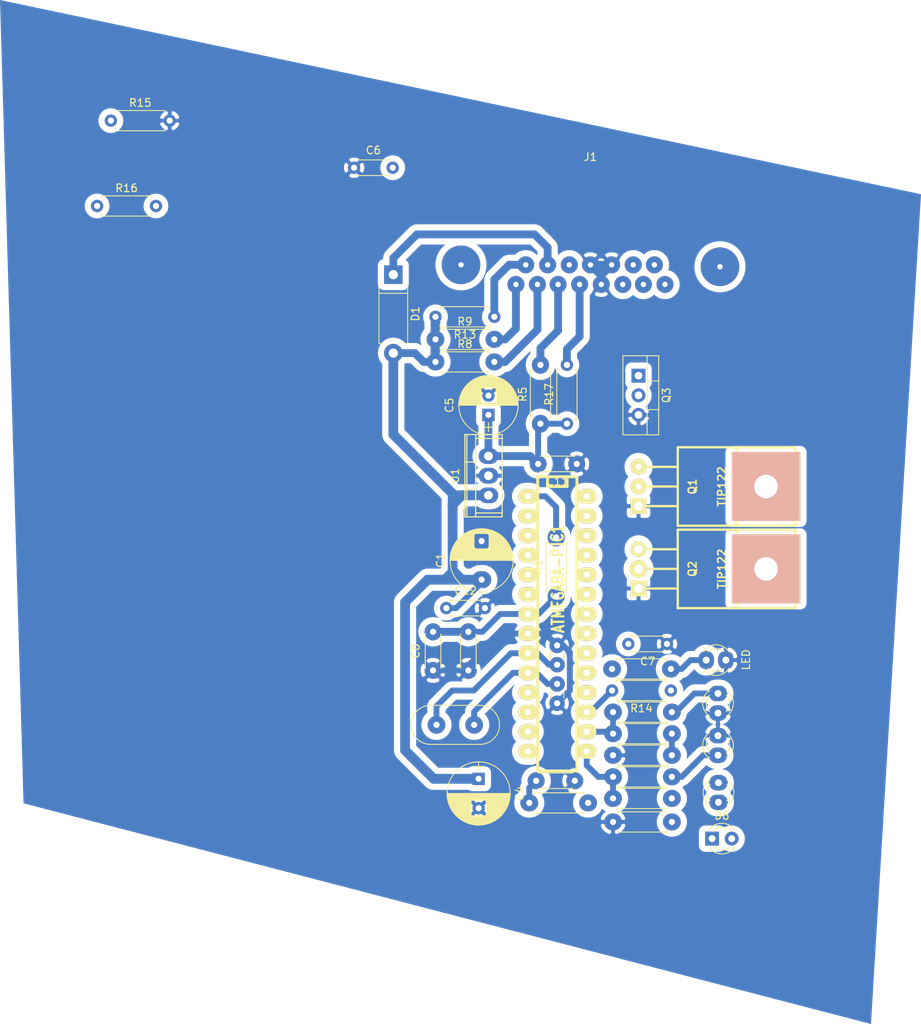
<source format=kicad_pcb>
(kicad_pcb (version 4) (host pcbnew 4.0.7)
  (layers (0 F.Cu signal) (31 B.Cu signal) (34 B.Paste user) (35 F.Paste user) (36 B.SilkS user) (37 F.SilkS user) (38 B.Mask user) (39 F.Mask user) (44 Edge.Cuts user))
  (net 0 "")
  (net 1 /Relay1High)
  (net 2 /Relay1low)
  (net 3 /Relay2High)
  (net 4 /Relay2Low)
  (net 5 /VccInput)
  (net 6 GND)
  (net 7 VCC)
  (net 8 "Net-(C2-Pad2)")
  (net 9 "Net-(C3-Pad2)")
  (net 10 "Net-(D2-Pad1)")
  (net 11 "Net-(D3-Pad1)")
  (net 12 "Net-(D4-Pad1)")
  (net 13 "Net-(D5-Pad1)")
  (net 14 "Net-(IC1-Pad1)")
  (net 15 "Net-(IC1-Pad15)")
  (net 16 "Net-(IC1-Pad16)")
  (net 17 "Net-(Q1-Pad1)")
  (net 18 "Net-(Q2-Pad1)")
  (net 19 +12V)
  (net 20 /InputRelay1High)
  (net 21 /InputRelay2High)
  (net 22 "Net-(D6-Pad2)")
  (net 23 "Net-(IC1-Pad17)")
  (net 24 /Relay3High)
  (net 25 "Net-(Q3-Pad1)")
  (net 26 /Relay3Low)
  (module Connectors:DB15FC (layer F.Cu) (at 177.8 91.694)
    (fp_text reference J1 (at 9.65 -16.51) (layer F.SilkS))
    (fp_text value DB15_Female)
    (pad "" thru_hole circle (at 26.42 -2.29) (size 5 5) (drill 0.7) (layers *.Cu *.Mask))
    (pad "" thru_hole circle (at -7.11 -2.54) (size 5 5) (drill 0.7) (layers *.Cu *.Mask))
    (pad 1 thru_hole circle (at 0 0) (size 2.2 2.2) (drill 0.7) (layers *.Cu *.Mask) (net 1 /Relay1High))
    (pad 2 thru_hole circle (at 2.79 0) (size 2.2 2.2) (drill 0.7) (layers *.Cu *.Mask) (net 3 /Relay2High))
    (pad 3 thru_hole circle (at 5.46 0) (size 2.2 2.2) (drill 0.7) (layers *.Cu *.Mask) (net 20 /InputRelay1High))
    (pad 4 thru_hole circle (at 8.25 0) (size 2.2 2.2) (drill 0.7) (layers *.Cu *.Mask) (net 21 /InputRelay2High))
    (pad 5 thru_hole circle (at 11.05 0) (size 2.2 2.2) (drill 0.7) (layers *.Cu *.Mask) (net 6 GND))
    (pad 6 thru_hole circle (at 13.84 0) (size 2.2 2.2) (drill 0.7) (layers *.Cu *.Mask) (net 2 /Relay1low))
    (pad 7 thru_hole circle (at 16.51 0) (size 2.2 2.2) (drill 0.7) (layers *.Cu *.Mask) (net 4 /Relay2Low))
    (pad 8 thru_hole circle (at 19.3 0) (size 2.2 2.2) (drill 0.7) (layers *.Cu *.Mask))
    (pad 9 thru_hole circle (at 1.27 -2.54) (size 2.2 2.2) (drill 0.7) (layers *.Cu *.Mask) (net 24 /Relay3High))
    (pad 10 thru_hole circle (at 4.11 -2.54) (size 2.2 2.2) (drill 0.7) (layers *.Cu *.Mask) (net 5 /VccInput))
    (pad 11 thru_hole circle (at 6.91 -2.54) (size 2.2 2.2) (drill 0.7) (layers *.Cu *.Mask))
    (pad 12 thru_hole circle (at 9.65 -2.54) (size 2.2 2.2) (drill 0.7) (layers *.Cu *.Mask) (net 6 GND))
    (pad 13 thru_hole circle (at 12.4 -2.54) (size 2.2 2.2) (drill 0.7) (layers *.Cu *.Mask) (net 6 GND))
    (pad 14 thru_hole circle (at 15.19 -2.54) (size 2.2 2.2) (drill 0.7) (layers *.Cu *.Mask) (net 26 /Relay3Low))
    (pad 15 thru_hole circle (at 17.93 -2.54) (size 2.2 2.2) (drill 0.7) (layers *.Cu *.Mask))
  )
  (module Resistors_THT:R_Axial_DIN0207_L6.3mm_D2.5mm_P7.62mm_Horizontal (layer F.Cu) (at 197.993 152.654 180)
    (fp_text reference R4 hide)
    (fp_text value 560E)
    (pad 1 thru_hole oval (at 0 0 180) (size 2.3 2.2) (drill 0.8) (layers *.Cu *.Mask) (net 18 "Net-(Q2-Pad1)"))
    (pad 2 thru_hole oval (at 7.62 0 180) (size 2.3 2.2) (drill 0.8) (layers *.Cu *.Mask) (net 6 GND))
  )
  (module TO_SOT_Packages_THT:TO-220_Vertical (layer F.Cu) (at 193.675 103.505 270)
    (fp_text reference Q3 (at 2.54 -3.62 270) (layer F.SilkS))
    (fp_text value TIP122)
    (pad 1 thru_hole rect (at 0 0 270) (size 1.8 1.8) (drill 1) (layers *.Cu *.Mask) (net 25 "Net-(Q3-Pad1)"))
    (pad 2 thru_hole oval (at 2.54 0 270) (size 1.8 1.8) (drill 1) (layers *.Cu *.Mask) (net 26 /Relay3Low))
    (pad 3 thru_hole oval (at 5.08 0 270) (size 1.8 1.8) (drill 1) (layers *.Cu *.Mask) (net 6 GND))
  )
  (module Capacitors_THT:C_Disc_D4.3mm_W1.9mm_P5.00mm (layer F.Cu) (at 168.783 133.604)
    (fp_text reference C12 (at 2.5 -2.26) (layer F.SilkS))
    (fp_text value 0.1uf)
    (pad 1 thru_hole circle (at 0 0) (size 1.6 1.6) (drill 0.8) (layers *.Cu *.Mask) (net 19 +12V))
    (pad 2 thru_hole circle (at 5 0) (size 1.6 1.6) (drill 0.8) (layers *.Cu *.Mask) (net 6 GND))
  )
  (module Capacitors_THT:CP_Radial_D8.0mm_P3.80mm (layer F.Cu) (at 172.974 155.702 270)
    (fp_text reference C4 (at 1.9 -5.31 270) (layer F.SilkS))
    (fp_text value 470uf)
    (pad 1 thru_hole rect (at 0 0 270) (size 1.6 1.6) (drill 0.8) (layers *.Cu *.Mask) (net 19 +12V))
    (pad 2 thru_hole circle (at 3.8 0 270) (size 1.6 1.6) (drill 0.8) (layers *.Cu *.Mask) (net 6 GND))
  )
  (module Capacitors_THT:C_Disc_D4.3mm_W1.9mm_P5.00mm (layer F.Cu) (at 171.6405 141.6685 90)
    (fp_text reference C10 hide)
    (fp_text value 104)
    (pad 1 thru_hole circle (at 0 0 90) (size 2.2 2.2) (drill 0.8) (layers *.Cu *.Mask) (net 6 GND))
    (pad 2 thru_hole circle (at 5 0 90) (size 2.2 2.2) (drill 0.8) (layers *.Cu *.Mask) (net 7 VCC))
  )
  (module DIP-28__300_ELL (layer F.Cu) (at 183.1594 135.636 270)
    (fp_text reference IC1 (at -11.43 0 270) (layer F.SilkS) (effects (font (size 1.524 1.143) (thickness 0.3048))))
    (fp_text value ATMEGA8A-P (at -4.318 -0.1016 270) (layer F.SilkS) (effects (font (size 1.524 1.143) (thickness 0.3048))))
    (pad 2 thru_hole oval (at -13.97 3.81 270) (size 1.9 2.5) (drill 0.8128) (layers *.Cu *.Mask F.SilkS))
    (pad 3 thru_hole oval (at -11.43 3.81 270) (size 1.9 2.5) (drill 0.8128) (layers *.Cu *.Mask F.SilkS))
    (pad 4 thru_hole oval (at -8.89 3.81 270) (size 1.9 2.5) (drill 0.8128) (layers *.Cu *.Mask F.SilkS) (net 20 /InputRelay1High))
    (pad 5 thru_hole oval (at -6.35 3.81 270) (size 1.9 2.5) (drill 0.8128) (layers *.Cu *.Mask F.SilkS) (net 21 /InputRelay2High))
    (pad 6 thru_hole oval (at -3.81 3.81 270) (size 1.9 2.5) (drill 0.8128) (layers *.Cu *.Mask F.SilkS))
    (pad 7 thru_hole oval (at -1.27 3.81 270) (size 1.9 2.5) (drill 0.8128) (layers *.Cu *.Mask F.SilkS) (net 7 VCC))
    (pad 8 thru_hole oval (at 1.27 3.81 270) (size 1.9 2.5) (drill 0.8128) (layers *.Cu *.Mask F.SilkS) (net 6 GND))
    (pad 9 thru_hole oval (at 3.81 3.81 270) (size 1.9 2.5) (drill 0.8128) (layers *.Cu *.Mask F.SilkS) (net 9 "Net-(C3-Pad2)"))
    (pad 10 thru_hole oval (at 6.35 3.81 270) (size 1.9 2.5) (drill 0.8128) (layers *.Cu *.Mask F.SilkS) (net 8 "Net-(C2-Pad2)"))
    (pad 11 thru_hole oval (at 8.89 3.81 270) (size 1.9 2.5) (drill 0.8128) (layers *.Cu *.Mask F.SilkS))
    (pad 12 thru_hole oval (at 11.43 3.81 270) (size 1.9 2.5) (drill 0.8128) (layers *.Cu *.Mask F.SilkS))
    (pad 13 thru_hole oval (at 13.97 3.81 270) (size 1.9 2.5) (drill 0.8128) (layers *.Cu *.Mask F.SilkS))
    (pad 14 thru_hole oval (at 16.51 3.81 270) (size 1.9 2.5) (drill 0.8128) (layers *.Cu *.Mask F.SilkS))
    (pad 1 thru_hole oval (at -16.51 3.81 270) (size 1.9 2.5) (drill 0.8128) (layers *.Cu *.Mask F.SilkS) (net 14 "Net-(IC1-Pad1)"))
    (pad 15 thru_hole oval (at 16.51 -3.81 270) (size 1.9 2.5) (drill 0.8128) (layers *.Cu *.Mask F.SilkS) (net 15 "Net-(IC1-Pad15)"))
    (pad 16 thru_hole oval (at 13.97 -3.81 270) (size 1.9 2.5) (drill 0.8128) (layers *.Cu *.Mask F.SilkS) (net 16 "Net-(IC1-Pad16)"))
    (pad 17 thru_hole oval (at 11.43 -3.81 270) (size 1.9 2.5) (drill 0.8128) (layers *.Cu *.Mask F.SilkS) (net 23 "Net-(IC1-Pad17)"))
    (pad 18 thru_hole oval (at 8.89 -3.81 270) (size 1.9 2.5) (drill 0.8128) (layers *.Cu *.Mask F.SilkS))
    (pad 19 thru_hole oval (at 6.35 -3.81 270) (size 1.9 2.5) (drill 0.8128) (layers *.Cu *.Mask F.SilkS))
    (pad 20 thru_hole oval (at 3.81 -3.81 270) (size 1.9 2.5) (drill 0.8128) (layers *.Cu *.Mask F.SilkS))
    (pad 23 thru_hole oval (at -3.81 -3.81 270) (size 1.9 2.5) (drill 0.8128) (layers *.Cu *.Mask F.SilkS))
    (pad 24 thru_hole oval (at -6.35 -3.81 270) (size 1.9 2.5) (drill 0.8128) (layers *.Cu *.Mask F.SilkS))
    (pad 25 thru_hole oval (at -8.89 -3.81 270) (size 1.9 2.5) (drill 0.8128) (layers *.Cu *.Mask F.SilkS))
    (pad 26 thru_hole oval (at -11.43 -3.81 270) (size 1.9 2.5) (drill 0.8128) (layers *.Cu *.Mask F.SilkS))
    (pad 27 thru_hole oval (at -13.97 -3.81 270) (size 1.9 2.5) (drill 0.8128) (layers *.Cu *.Mask F.SilkS))
    (pad 28 thru_hole oval (at -16.51 -3.81 270) (size 1.9 2.5) (drill 0.8128) (layers *.Cu *.Mask F.SilkS))
    (pad 21 thru_hole oval (at 1.27 -3.81 270) (size 1.9 2.5) (drill 0.8128) (layers *.Cu *.Mask F.SilkS))
    (pad 22 thru_hole oval (at -1.27 -3.81 270) (size 1.9 2.5) (drill 0.8128) (layers *.Cu *.Mask F.SilkS))
  )
  (module TO220 (layer F.Cu) (at 193.675 117.856)
    (fp_text reference Q1 (at 6.985 0 90) (layer F.SilkS) (effects (font (size 1.016 1.016) (thickness 0.2032))))
    (fp_text value TIP122 (at 10.795 0 90) (layer F.SilkS) (effects (font (size 1.016 1.016) (thickness 0.2032))))
    (pad 3 thru_hole rect (at 0 2.54) (size 2.032 2.032) (drill 1.143) (layers *.Cu *.Mask F.SilkS) (net 6 GND))
    (pad 1 thru_hole circle (at 0 -2.54) (size 2.032 2.032) (drill 0.8128) (layers *.Cu *.Mask F.SilkS) (net 17 "Net-(Q1-Pad1)"))
    (pad 2 thru_hole circle (at 0 0) (size 2.032 2.032) (drill 0.8128) (layers *.Cu *.Mask F.SilkS) (net 4 /Relay2Low))
    (pad 4 thru_hole rect (at 16.51 0) (size 8.89 8.89) (drill 3.048) (layers *.Cu *.SilkS *.Mask))
  )
  (module Resistors_THT:R_Axial_DIN0207_L6.3mm_D2.5mm_P7.62mm_Horizontal (layer F.Cu) (at 190.373 147.066)
    (fp_text reference R12 hide)
    (fp_text value 4K7)
    (pad 1 thru_hole oval (at 0 0) (size 2.3 2.2) (drill 0.8) (layers *.Cu *.Mask) (net 16 "Net-(IC1-Pad16)"))
    (pad 2 thru_hole oval (at 7.62 0) (size 2.3 2.2) (drill 0.8) (layers *.Cu *.Mask) (net 13 "Net-(D5-Pad1)"))
  )
  (module TO220 (layer F.Cu) (at 193.675 128.524)
    (fp_text reference Q2 (at 6.985 0 90) (layer F.SilkS) (effects (font (size 1.016 1.016) (thickness 0.2032))))
    (fp_text value TIP122 (at 10.795 0 90) (layer F.SilkS) (effects (font (size 1.016 1.016) (thickness 0.2032))))
    (pad 3 thru_hole rect (at 0 2.54) (size 2.032 2.032) (drill 1.143) (layers *.Cu *.Mask F.SilkS) (net 6 GND))
    (pad 1 thru_hole circle (at 0 -2.54) (size 2.032 2.032) (drill 1.143) (layers *.Cu *.Mask F.SilkS) (net 18 "Net-(Q2-Pad1)"))
    (pad 2 thru_hole circle (at 0 0) (size 2.286 2.286) (drill 1.143) (layers *.Cu *.Mask F.SilkS) (net 2 /Relay1low))
    (pad 4 thru_hole rect (at 16.51 0) (size 8.89 8.89) (drill 3.048) (layers *.Cu *.SilkS *.Mask))
  )
  (module Capacitors_THT:CP_Radial_D8.0mm_P5.00mm (layer F.Cu) (at 173.355 129.921 90)
    (fp_text reference C1 (at 2.5 -5.31 90) (layer F.SilkS))
    (fp_text value 1000uf)
    (pad 1 thru_hole oval (at 0 0 90) (size 2.2 2.5) (drill 0.8) (layers *.Cu *.Mask) (net 19 +12V))
    (pad 2 thru_hole oval (at 5 0 90) (size 2.2 2.5) (drill 0.8) (layers *.Cu *.Mask) (net 6 GND))
  )
  (module Capacitors_THT:C_Disc_D3.0mm_W1.6mm_P2.50mm (layer F.Cu) (at 183.134 145.923 90)
    (fp_text reference C2 hide)
    (fp_text value 22P)
    (pad 1 thru_hole circle (at 0 0 90) (size 2 2) (drill 0.8) (layers *.Cu *.Mask) (net 6 GND))
    (pad 2 thru_hole circle (at 2.5 0 90) (size 2 2) (drill 0.8) (layers *.Cu *.Mask) (net 8 "Net-(C2-Pad2)"))
  )
  (module Capacitors_THT:C_Disc_D3.0mm_W1.6mm_P2.50mm (layer F.Cu) (at 183.134 138.43 270)
    (fp_text reference C3 hide)
    (fp_text value 22P)
    (pad 1 thru_hole circle (at 0 0 270) (size 2 2) (drill 0.8) (layers *.Cu *.Mask) (net 6 GND))
    (pad 2 thru_hole circle (at 2.5 0 270) (size 2 2) (drill 0.8) (layers *.Cu *.Mask) (net 9 "Net-(C3-Pad2)"))
  )
  (module Capacitors_THT:C_Disc_D4.3mm_W1.9mm_P5.00mm (layer F.Cu) (at 167.0685 141.6685 90)
    (fp_text reference C8 (at 2.5 -2.26 90) (layer F.SilkS))
    (fp_text value 104)
    (pad 1 thru_hole circle (at 0 0 90) (size 2.2 2.2) (drill 0.8) (layers *.Cu *.Mask) (net 6 GND))
    (pad 2 thru_hole circle (at 5 0 90) (size 2.2 2.2) (drill 0.8) (layers *.Cu *.Mask) (net 7 VCC))
  )
  (module Capacitors_THT:C_Disc_D4.3mm_W1.9mm_P5.00mm (layer F.Cu) (at 185.42 155.956 180)
    (fp_text reference C9 hide)
    (fp_text value 104)
    (pad 1 thru_hole circle (at 0 0 180) (size 2.2 2.2) (drill 0.8) (layers *.Cu *.Mask) (net 6 GND))
    (pad 2 thru_hole circle (at 5 0 180) (size 2.2 2.2) (drill 0.8) (layers *.Cu *.Mask) (net 7 VCC))
  )
  (module Capacitors_THT:C_Disc_D4.3mm_W1.9mm_P5.00mm (layer F.Cu) (at 185.674 114.935 180)
    (fp_text reference C11 (at 2.5 -2.26 180) (layer F.SilkS))
    (fp_text value 104)
    (pad 1 thru_hole circle (at 0 0 180) (size 2.2 2.2) (drill 0.8) (layers *.Cu *.Mask) (net 6 GND))
    (pad 2 thru_hole circle (at 5 0 180) (size 2.2 2.2) (drill 0.8) (layers *.Cu *.Mask) (net 7 VCC))
  )
  (module Diodes_THT:D_DO-15_P10.16mm_Horizontal (layer F.Cu) (at 161.925 90.424 270)
    (fp_text reference D1 (at 5.08 -2.86 270) (layer F.SilkS))
    (fp_text value DIODE)
    (pad 1 thru_hole rect (at 0 0 270) (size 2.4 2.4) (drill 1.2) (layers *.Cu *.Mask) (net 5 /VccInput))
    (pad 2 thru_hole oval (at 10.16 0 270) (size 2.4 2.4) (drill 1.2) (layers *.Cu *.Mask) (net 19 +12V))
  )
  (module LEDs:LED_D3.0mm (layer F.Cu) (at 202.438 140.335)
    (fp_text reference D2 hide)
    (fp_text value LED (at 5.1562 -0.0508 90) (layer F.SilkS))
    (pad 1 thru_hole oval (at 0 0) (size 2 2.4) (drill 0.9) (layers *.Cu *.Mask) (net 10 "Net-(D2-Pad1)"))
    (pad 2 thru_hole oval (at 2.54 0) (size 2 2.4) (drill 0.9) (layers *.Cu *.Mask) (net 6 GND))
  )
  (module LEDs:LED_D3.0mm (layer F.Cu) (at 204.0255 158.75 90)
    (fp_text reference D3 hide)
    (fp_text value LED)
    (pad 1 thru_hole oval (at 0 0 90) (size 2 2.4) (drill 0.9) (layers *.Cu *.Mask) (net 11 "Net-(D3-Pad1)"))
    (pad 2 thru_hole oval (at 2.54 0 90) (size 2 2.4) (drill 0.9) (layers *.Cu *.Mask) (net 20 /InputRelay1High))
  )
  (module LEDs:LED_D3.0mm (layer F.Cu) (at 203.962 152.654 90)
    (fp_text reference D4 hide)
    (fp_text value LED)
    (pad 1 thru_hole oval (at 0 0 90) (size 2 2.4) (drill 0.9) (layers *.Cu *.Mask) (net 12 "Net-(D4-Pad1)"))
    (pad 2 thru_hole oval (at 2.54 0 90) (size 2 2.4) (drill 0.9) (layers *.Cu *.Mask) (net 6 GND))
  )
  (module LEDs:LED_D3.0mm (layer F.Cu) (at 203.962 144.653 270)
    (fp_text reference D5 hide)
    (fp_text value LED)
    (pad 1 thru_hole oval (at 0 0 270) (size 2 2.4) (drill 0.9) (layers *.Cu *.Mask) (net 13 "Net-(D5-Pad1)"))
    (pad 2 thru_hole oval (at 2.54 0 270) (size 2 2.4) (drill 0.9) (layers *.Cu *.Mask) (net 6 GND))
  )
  (module Resistors_THT:R_Axial_DIN0207_L6.3mm_D2.5mm_P7.62mm_Horizontal (layer F.Cu) (at 183.007 132.08 90)
    (fp_text reference R1 (at 3.81 -2.31 90) (layer F.SilkS))
    (fp_text value 10K)
    (pad 1 thru_hole oval (at 0 0 90) (size 2.3 2.2) (drill 0.8) (layers *.Cu *.Mask) (net 7 VCC))
    (pad 2 thru_hole oval (at 7.62 0 90) (size 2.3 2.2) (drill 0.8) (layers *.Cu *.Mask) (net 14 "Net-(IC1-Pad1)"))
  )
  (module Resistors_THT:R_Axial_DIN0207_L6.3mm_D2.5mm_P7.62mm_Horizontal (layer F.Cu) (at 190.246 141.478)
    (fp_text reference R2 hide)
    (fp_text value 1K)
    (pad 1 thru_hole oval (at 0 0) (size 2.3 2.2) (drill 0.8) (layers *.Cu *.Mask) (net 7 VCC))
    (pad 2 thru_hole oval (at 7.62 0) (size 2.3 2.2) (drill 0.8) (layers *.Cu *.Mask) (net 10 "Net-(D2-Pad1)"))
  )
  (module Resistors_THT:R_Axial_DIN0207_L6.3mm_D2.5mm_P7.62mm_Horizontal (layer F.Cu) (at 197.993 161.29 180)
    (fp_text reference R3 hide)
    (fp_text value 560E)
    (pad 1 thru_hole oval (at 0 0 180) (size 2.3 2.2) (drill 0.8) (layers *.Cu *.Mask) (net 17 "Net-(Q1-Pad1)"))
    (pad 2 thru_hole oval (at 7.62 0 180) (size 2.3 2.2) (drill 0.8) (layers *.Cu *.Mask) (net 6 GND))
  )
  (module Resistors_THT:R_Axial_DIN0207_L6.3mm_D2.5mm_P7.62mm_Horizontal (layer F.Cu) (at 180.975 109.728 90)
    (fp_text reference R5 (at 3.81 -2.31 90) (layer F.SilkS))
    (fp_text value 560E)
    (pad 1 thru_hole oval (at 0 0 90) (size 2.3 2.2) (drill 0.8) (layers *.Cu *.Mask) (net 7 VCC))
    (pad 2 thru_hole oval (at 7.62 0 90) (size 2.3 2.2) (drill 0.8) (layers *.Cu *.Mask) (net 20 /InputRelay1High))
  )
  (module Resistors_THT:R_Axial_DIN0207_L6.3mm_D2.5mm_P7.62mm_Horizontal (layer F.Cu) (at 190.373 158.242)
    (fp_text reference R6 hide)
    (fp_text value 4K7)
    (pad 1 thru_hole oval (at 0 0) (size 2.3 2.2) (drill 0.8) (layers *.Cu *.Mask) (net 15 "Net-(IC1-Pad15)"))
    (pad 2 thru_hole oval (at 7.62 0) (size 2.3 2.2) (drill 0.8) (layers *.Cu *.Mask) (net 17 "Net-(Q1-Pad1)"))
  )
  (module Resistors_THT:R_Axial_DIN0207_L6.3mm_D2.5mm_P7.62mm_Horizontal (layer F.Cu) (at 190.373 149.86)
    (fp_text reference R7 hide)
    (fp_text value 4K7)
    (pad 1 thru_hole oval (at 0 0) (size 2.3 2.2) (drill 0.8) (layers *.Cu *.Mask) (net 16 "Net-(IC1-Pad16)"))
    (pad 2 thru_hole oval (at 7.62 0) (size 2.3 2.2) (drill 0.8) (layers *.Cu *.Mask) (net 18 "Net-(Q2-Pad1)"))
  )
  (module Resistors_THT:R_Axial_DIN0207_L6.3mm_D2.5mm_P7.62mm_Horizontal (layer F.Cu) (at 167.386 101.727)
    (fp_text reference R8 (at 3.81 -2.31) (layer F.SilkS))
    (fp_text value 50E)
    (pad 1 thru_hole oval (at 0 0) (size 2.3 2.2) (drill 0.8) (layers *.Cu *.Mask) (net 19 +12V))
    (pad 2 thru_hole oval (at 7.62 0) (size 2.3 2.2) (drill 0.8) (layers *.Cu *.Mask) (net 3 /Relay2High))
  )
  (module Resistors_THT:R_Axial_DIN0207_L6.3mm_D2.5mm_P7.62mm_Horizontal (layer F.Cu) (at 167.386 98.806)
    (fp_text reference R9 (at 3.81 -2.31) (layer F.SilkS))
    (fp_text value 50E)
    (pad 1 thru_hole oval (at 0 0) (size 2.3 2.2) (drill 0.8) (layers *.Cu *.Mask) (net 19 +12V))
    (pad 2 thru_hole oval (at 7.62 0) (size 2.3 2.2) (drill 0.8) (layers *.Cu *.Mask) (net 1 /Relay1High))
  )
  (module Resistors_THT:R_Axial_DIN0207_L6.3mm_D2.5mm_P7.62mm_Horizontal (layer F.Cu) (at 179.5272 158.8262)
    (fp_text reference R10 hide)
    (fp_text value 1K)
    (pad 1 thru_hole oval (at 0 0) (size 2.3 2.2) (drill 0.8) (layers *.Cu *.Mask) (net 7 VCC))
    (pad 2 thru_hole oval (at 7.62 0) (size 2.3 2.2) (drill 0.8) (layers *.Cu *.Mask) (net 11 "Net-(D3-Pad1)"))
  )
  (module Resistors_THT:R_Axial_DIN0207_L6.3mm_D2.5mm_P7.62mm_Horizontal (layer F.Cu) (at 190.373 155.448)
    (fp_text reference R11 hide)
    (fp_text value 4K7)
    (pad 1 thru_hole oval (at 0 0) (size 2.3 2.2) (drill 0.8) (layers *.Cu *.Mask) (net 15 "Net-(IC1-Pad15)"))
    (pad 2 thru_hole oval (at 7.62 0) (size 2.3 2.2) (drill 0.8) (layers *.Cu *.Mask) (net 12 "Net-(D4-Pad1)"))
  )
  (module Crystals:Crystal_HC49-4H_Vertical (layer F.Cu) (at 167.513 148.717)
    (fp_text reference X1 hide)
    (fp_text value CRYSTAL)
    (pad 1 thru_hole circle (at 0 0) (size 2.3 2.3) (drill 0.8) (layers *.Cu *.Mask) (net 9 "Net-(C3-Pad2)"))
    (pad 2 thru_hole circle (at 4.88 0) (size 2.3 2.3) (drill 0.8) (layers *.Cu *.Mask) (net 8 "Net-(C2-Pad2)"))
  )
  (module Capacitors_THT:C_Disc_D4.3mm_W1.9mm_P5.00mm (layer F.Cu) (at 156.845 76.581)
    (fp_text reference C6 (at 2.5 -2.26) (layer F.SilkS))
    (fp_text value 104)
    (pad 1 thru_hole circle (at 0 0) (size 1.6 1.6) (drill 0.8) (layers *.Cu *.Mask) (net 6 GND))
    (pad 2 thru_hole circle (at 5 0) (size 1.6 1.6) (drill 0.8) (layers *.Cu *.Mask) (net 7 VCC))
  )
  (module LEDs:LED_D3.0mm (layer F.Cu) (at 203.2 163.449)
    (fp_text reference D6 (at 1.27 -2.96) (layer F.SilkS))
    (fp_text value LED)
    (pad 1 thru_hole rect (at 0 0) (size 1.8 1.8) (drill 0.9) (layers *.Cu *.Mask) (net 21 /InputRelay2High))
    (pad 2 thru_hole circle (at 2.54 0) (size 1.8 1.8) (drill 0.9) (layers *.Cu *.Mask) (net 22 "Net-(D6-Pad2)"))
  )
  (module Resistors_THT:R_Axial_DIN0207_L6.3mm_D2.5mm_P7.62mm_Horizontal (layer F.Cu) (at 175.006 95.885 180)
    (fp_text reference R13 (at 3.81 -2.31 180) (layer F.SilkS))
    (fp_text value R)
    (pad 1 thru_hole circle (at 0 0 180) (size 1.6 1.6) (drill 0.8) (layers *.Cu *.Mask) (net 24 /Relay3High))
    (pad 2 thru_hole oval (at 7.62 0 180) (size 1.6 1.6) (drill 0.8) (layers *.Cu *.Mask) (net 19 +12V))
  )
  (module Resistors_THT:R_Axial_DIN0207_L6.3mm_D2.5mm_P7.62mm_Horizontal (layer F.Cu) (at 197.866 144.272 180)
    (fp_text reference R14 (at 3.81 -2.31 180) (layer F.SilkS))
    (fp_text value 4k7)
    (pad 1 thru_hole circle (at 0 0 180) (size 1.6 1.6) (drill 0.8) (layers *.Cu *.Mask) (net 25 "Net-(Q3-Pad1)"))
    (pad 2 thru_hole oval (at 7.62 0 180) (size 1.6 1.6) (drill 0.8) (layers *.Cu *.Mask) (net 23 "Net-(IC1-Pad17)"))
  )
  (module Resistors_THT:R_Axial_DIN0207_L6.3mm_D2.5mm_P7.62mm_Horizontal (layer F.Cu) (at 125.349 70.485)
    (fp_text reference R15 (at 3.81 -2.31) (layer F.SilkS))
    (fp_text value R)
    (pad 1 thru_hole circle (at 0 0) (size 1.6 1.6) (drill 0.8) (layers *.Cu *.Mask) (net 25 "Net-(Q3-Pad1)"))
    (pad 2 thru_hole oval (at 7.62 0) (size 1.6 1.6) (drill 0.8) (layers *.Cu *.Mask) (net 6 GND))
  )
  (module Resistors_THT:R_Axial_DIN0207_L6.3mm_D2.5mm_P7.62mm_Horizontal (layer F.Cu) (at 123.571 81.534)
    (fp_text reference R16 (at 3.81 -2.31) (layer F.SilkS))
    (fp_text value 1k)
    (pad 1 thru_hole circle (at 0 0) (size 1.6 1.6) (drill 0.8) (layers *.Cu *.Mask) (net 22 "Net-(D6-Pad2)"))
    (pad 2 thru_hole oval (at 7.62 0) (size 1.6 1.6) (drill 0.8) (layers *.Cu *.Mask) (net 7 VCC))
  )
  (module Resistors_THT:R_Axial_DIN0207_L6.3mm_D2.5mm_P7.62mm_Horizontal (layer F.Cu) (at 184.404 109.728 90)
    (fp_text reference R17 (at 3.81 -2.31 90) (layer F.SilkS))
    (fp_text value 560)
    (pad 1 thru_hole circle (at 0 0 90) (size 1.6 1.6) (drill 0.8) (layers *.Cu *.Mask) (net 7 VCC))
    (pad 2 thru_hole oval (at 7.62 0 90) (size 1.6 1.6) (drill 0.8) (layers *.Cu *.Mask) (net 21 /InputRelay2High))
  )
  (module Power_Integrations:TO-220 (layer F.Cu) (at 174.244 116.459 90)
    (fp_text reference U1 (at 0 -4.318 90) (layer F.SilkS))
    (fp_text value L7809)
    (pad 2 thru_hole oval (at 0 0 90) (size 2.032 2.54) (drill 1.143) (layers *.Cu *.Mask) (net 6 GND))
    (pad 3 thru_hole oval (at 2.54 0 90) (size 2.032 2.54) (drill 1.143) (layers *.Cu *.Mask) (net 7 VCC))
    (pad 1 thru_hole oval (at -2.54 0 90) (size 2.032 2.54) (drill 1.143) (layers *.Cu *.Mask) (net 19 +12V))
  )
  (module Capacitors_THT:CP_Radial_D7.5mm_P2.50mm (layer F.Cu) (at 174.244 108.585 90)
    (fp_text reference C5 (at 1.25 -5.06 90) (layer F.SilkS))
    (fp_text value 100uf)
    (pad 1 thru_hole rect (at 0 0 90) (size 1.6 1.6) (drill 0.8) (layers *.Cu *.Mask) (net 7 VCC))
    (pad 2 thru_hole circle (at 2.5 0 90) (size 1.6 1.6) (drill 0.8) (layers *.Cu *.Mask) (net 6 GND))
  )
  (module Capacitors_THT:C_Disc_D4.3mm_W1.9mm_P5.00mm (layer F.Cu) (at 197.358 138.2395 180)
    (fp_text reference C7 (at 2.5 -2.26 180) (layer F.SilkS))
    (fp_text value 104)
    (pad 1 thru_hole circle (at 0 0 180) (size 1.6 1.6) (drill 0.8) (layers *.Cu *.Mask) (net 6 GND))
    (pad 2 thru_hole circle (at 5 0 180) (size 1.6 1.6) (drill 0.8) (layers *.Cu *.Mask) (net 7 VCC))
  )
  (segment (start 177.8 91.694) (end 177.8 97.409) (width 1.016) (layer B.Cu) (net 1))
  (segment (start 176.403 98.806) (end 175.006 98.806) (width 1.016) (layer B.Cu) (net 1))
  (segment (start 177.8 97.409) (end 176.403 98.806) (width 1.016) (layer B.Cu) (net 1))
  (segment (start 175.006 101.727) (end 176.403 101.727) (width 1.016) (layer B.Cu) (net 3))
  (segment (start 180.59 97.54) (end 180.59 91.694) (width 1.016) (layer B.Cu) (net 3))
  (segment (start 176.403 101.727) (end 180.59 97.54) (width 1.016) (layer B.Cu) (net 3))
  (segment (start 161.925 90.424) (end 161.925 88.265) (width 1.016) (layer B.Cu) (net 5))
  (segment (start 181.91 86.914) (end 181.91 89.154) (width 1.016) (layer B.Cu) (net 5))
  (segment (start 180.213 85.217) (end 181.91 86.914) (width 1.016) (layer B.Cu) (net 5))
  (segment (start 164.973 85.217) (end 180.213 85.217) (width 1.016) (layer B.Cu) (net 5))
  (segment (start 161.925 88.265) (end 164.973 85.217) (width 1.016) (layer B.Cu) (net 5))
  (segment (start 181.91 89.154) (end 181.91 88.311) (width 1.016) (layer B.Cu) (net 5))
  (segment (start 188.849 89.154) (end 188.849 90.553) (width 0.762) (layer B.Cu) (net 6))
  (segment (start 188.849 90.553) (end 188.849 90.043) (width 0.762) (layer B.Cu) (net 6))
  (segment (start 188.849 90.043) (end 188.849 90.553) (width 0.762) (layer B.Cu) (net 6))
  (segment (start 179.3494 136.906) (end 175.768 136.906) (width 0.762) (layer B.Cu) (net 6))
  (segment (start 175.768 136.906) (end 171.6405 141.0335) (width 0.762) (layer B.Cu) (net 6))
  (segment (start 171.6405 141.0335) (end 171.6405 141.6685) (width 0.762) (layer B.Cu) (net 6))
  (segment (start 167.0685 141.6685) (end 171.6405 141.6685) (width 0.762) (layer B.Cu) (net 6))
  (segment (start 190.2 89.154) (end 188.849 89.154) (width 1.016) (layer B.Cu) (net 6))
  (segment (start 188.849 89.154) (end 187.45 89.154) (width 1.016) (layer B.Cu) (net 6))
  (segment (start 187.45 89.154) (end 188.849 90.553) (width 1.016) (layer B.Cu) (net 6))
  (segment (start 188.849 90.553) (end 188.85 90.554) (width 1.016) (layer B.Cu) (net 6))
  (segment (start 188.85 90.554) (end 188.85 91.694) (width 1.016) (layer B.Cu) (net 6))
  (segment (start 188.85 91.694) (end 188.85 90.504) (width 1.016) (layer B.Cu) (net 6))
  (segment (start 188.85 90.504) (end 190.2 89.154) (width 1.016) (layer B.Cu) (net 6))
  (segment (start 190.246 152.146) (end 190.373 152.273) (width 0.762) (layer B.Cu) (net 6))
  (segment (start 179.3494 136.906) (end 181.61 136.906) (width 0.762) (layer B.Cu) (net 6))
  (segment (start 181.61 136.906) (end 183.134 138.43) (width 0.762) (layer B.Cu) (net 6))
  (segment (start 183.134 138.43) (end 183.896 138.43) (width 0.762) (layer B.Cu) (net 6))
  (segment (start 183.896 138.43) (end 184.785 139.319) (width 0.762) (layer B.Cu) (net 6))
  (segment (start 184.785 139.319) (end 184.785 144.272) (width 0.762) (layer B.Cu) (net 6))
  (segment (start 184.785 144.272) (end 183.134 145.923) (width 0.762) (layer B.Cu) (net 6))
  (segment (start 180.674 114.935) (end 180.674 110.029) (width 0.762) (layer B.Cu) (net 7))
  (segment (start 180.674 110.029) (end 180.975 109.728) (width 0.762) (layer B.Cu) (net 7))
  (segment (start 180.975 109.728) (end 184.404 109.728) (width 0.762) (layer B.Cu) (net 7))
  (segment (start 171.6405 136.6685) (end 173.4655 136.6685) (width 0.762) (layer B.Cu) (net 7))
  (segment (start 175.768 134.366) (end 179.3494 134.366) (width 0.762) (layer B.Cu) (net 7))
  (segment (start 173.4655 136.6685) (end 175.768 134.366) (width 0.762) (layer B.Cu) (net 7))
  (segment (start 171.6405 136.6685) (end 171.8145 136.6685) (width 0.762) (layer B.Cu) (net 7))
  (segment (start 171.6405 136.6685) (end 167.0685 136.6685) (width 1.016) (layer B.Cu) (net 7))
  (segment (start 179.3494 134.366) (end 180.721 134.366) (width 0.762) (layer B.Cu) (net 7))
  (segment (start 180.721 134.366) (end 183.007 132.08) (width 0.762) (layer B.Cu) (net 7))
  (segment (start 174.244 108.458) (end 174.244 113.919) (width 1.016) (layer B.Cu) (net 7))
  (segment (start 174.244 113.919) (end 179.658 113.919) (width 1.016) (layer B.Cu) (net 7))
  (segment (start 179.658 113.919) (end 180.674 114.935) (width 1.016) (layer B.Cu) (net 7))
  (segment (start 179.5272 158.8262) (end 179.5272 156.8488) (width 0.762) (layer B.Cu) (net 7))
  (segment (start 179.5272 156.8488) (end 180.42 155.956) (width 0.762) (layer B.Cu) (net 7))
  (segment (start 179.5272 158.8262) (end 179.5272 158.1912) (width 0.762) (layer B.Cu) (net 7))
  (segment (start 180.34 114.601) (end 180.674 114.935) (width 1.016) (layer B.Cu) (net 7))
  (segment (start 180.6105 114.9985) (end 180.674 114.935) (width 1.016) (layer B.Cu) (net 7))
  (segment (start 190.199 141.05) (end 190.246 141.097) (width 0.762) (layer B.Cu) (net 7))
  (segment (start 179.3494 141.986) (end 177.419 141.986) (width 0.762) (layer B.Cu) (net 8))
  (segment (start 172.393 147.012) (end 172.393 148.717) (width 0.762) (layer B.Cu) (net 8))
  (segment (start 177.419 141.986) (end 172.393 147.012) (width 0.762) (layer B.Cu) (net 8))
  (segment (start 179.3494 141.986) (end 180.467 141.986) (width 0.762) (layer B.Cu) (net 8))
  (segment (start 180.467 141.986) (end 181.904 143.423) (width 0.762) (layer B.Cu) (net 8))
  (segment (start 181.904 143.423) (end 183.134 143.423) (width 0.762) (layer B.Cu) (net 8))
  (segment (start 167.513 148.717) (end 167.513 146.304) (width 0.762) (layer B.Cu) (net 9))
  (segment (start 177.165 139.446) (end 179.3494 139.446) (width 0.762) (layer B.Cu) (net 9))
  (segment (start 172.339 144.272) (end 177.165 139.446) (width 0.762) (layer B.Cu) (net 9))
  (segment (start 169.545 144.272) (end 172.339 144.272) (width 0.762) (layer B.Cu) (net 9))
  (segment (start 167.513 146.304) (end 169.545 144.272) (width 0.762) (layer B.Cu) (net 9))
  (segment (start 179.3494 139.446) (end 180.594 139.446) (width 0.762) (layer B.Cu) (net 9))
  (segment (start 182.078 140.93) (end 183.134 140.93) (width 0.762) (layer B.Cu) (net 9))
  (segment (start 180.594 139.446) (end 182.078 140.93) (width 0.762) (layer B.Cu) (net 9))
  (segment (start 197.866 141.478) (end 199.263 141.478) (width 0.762) (layer B.Cu) (net 10))
  (segment (start 200.406 140.335) (end 202.438 140.335) (width 0.762) (layer B.Cu) (net 10))
  (segment (start 199.263 141.478) (end 200.406 140.335) (width 0.762) (layer B.Cu) (net 10))
  (segment (start 187.1472 158.8262) (end 187.6044 158.8262) (width 0.762) (layer B.Cu) (net 11))
  (segment (start 197.993 155.448) (end 199.263 155.448) (width 0.762) (layer B.Cu) (net 12))
  (segment (start 202.057 152.654) (end 203.962 152.654) (width 0.762) (layer B.Cu) (net 12))
  (segment (start 199.263 155.448) (end 202.057 152.654) (width 0.762) (layer B.Cu) (net 12))
  (segment (start 197.993 147.066) (end 198.501 147.066) (width 0.762) (layer B.Cu) (net 13))
  (segment (start 198.501 147.066) (end 200.914 144.653) (width 0.762) (layer B.Cu) (net 13))
  (segment (start 200.914 144.653) (end 203.962 144.653) (width 0.762) (layer B.Cu) (net 13))
  (segment (start 179.3494 119.126) (end 181.61 119.126) (width 0.762) (layer B.Cu) (net 14))
  (segment (start 183.007 120.523) (end 183.007 124.46) (width 0.762) (layer B.Cu) (net 14))
  (segment (start 181.61 119.126) (end 183.007 120.523) (width 0.762) (layer B.Cu) (net 14))
  (segment (start 190.373 158.242) (end 190.373 155.448) (width 0.762) (layer B.Cu) (net 15))
  (segment (start 186.9694 152.146) (end 186.9694 153.9494) (width 0.762) (layer B.Cu) (net 15))
  (segment (start 188.468 155.448) (end 190.373 155.448) (width 0.762) (layer B.Cu) (net 15))
  (segment (start 186.9694 153.9494) (end 188.468 155.448) (width 0.762) (layer B.Cu) (net 15))
  (segment (start 190.373 147.066) (end 190.373 149.86) (width 0.762) (layer B.Cu) (net 16))
  (segment (start 190.373 149.86) (end 190.119 149.606) (width 0.762) (layer B.Cu) (net 16))
  (segment (start 190.119 149.606) (end 186.9694 149.606) (width 0.762) (layer B.Cu) (net 16))
  (segment (start 190.246 149.606) (end 190.373 149.479) (width 1.016) (layer B.Cu) (net 16))
  (segment (start 190.246 149.606) (end 190.373 149.479) (width 0.762) (layer B.Cu) (net 16))
  (segment (start 186.9694 149.606) (end 187.452 149.606) (width 1.016) (layer B.Cu) (net 16))
  (segment (start 189.992 147.066) (end 190.373 146.685) (width 1.016) (layer B.Cu) (net 16))
  (segment (start 197.993 152.654) (end 197.993 149.86) (width 0.762) (layer B.Cu) (net 18))
  (segment (start 193.675 125.984) (end 193.7004 125.984) (width 0.762) (layer B.Cu) (net 18))
  (segment (start 194.2084 125.984) (end 193.675 125.984) (width 0.762) (layer B.Cu) (net 18))
  (segment (start 173.355 129.921) (end 173.355 130.302) (width 0.762) (layer B.Cu) (net 19))
  (segment (start 173.355 130.302) (end 170.053 133.604) (width 0.762) (layer B.Cu) (net 19))
  (segment (start 170.053 133.604) (end 168.783 133.604) (width 0.762) (layer B.Cu) (net 19))
  (segment (start 169.6085 120.523) (end 169.6085 120.2055) (width 1.27) (layer B.Cu) (net 19))
  (segment (start 170.815 118.999) (end 171.069 118.999) (width 1.27) (layer B.Cu) (net 19))
  (segment (start 169.6085 120.2055) (end 170.815 118.999) (width 1.27) (layer B.Cu) (net 19))
  (segment (start 168.402 129.921) (end 168.5925 129.921) (width 1.27) (layer B.Cu) (net 19))
  (segment (start 168.5925 129.921) (end 169.6085 128.905) (width 1.27) (layer B.Cu) (net 19))
  (segment (start 169.6085 128.905) (end 169.799 128.905) (width 1.27) (layer B.Cu) (net 19))
  (segment (start 169.799 128.905) (end 170.815 129.921) (width 1.27) (layer B.Cu) (net 19))
  (segment (start 169.6085 118.8085) (end 169.6085 120.523) (width 1.27) (layer B.Cu) (net 19))
  (segment (start 169.6085 120.523) (end 169.6085 128.905) (width 1.27) (layer B.Cu) (net 19))
  (segment (start 169.6085 128.905) (end 169.6085 129.921) (width 1.27) (layer B.Cu) (net 19))
  (segment (start 169.6085 129.921) (end 169.545 129.8575) (width 1.27) (layer B.Cu) (net 19))
  (segment (start 169.545 129.8575) (end 169.545 129.54) (width 1.27) (layer B.Cu) (net 19))
  (segment (start 169.545 129.54) (end 169.545 129.921) (width 1.27) (layer B.Cu) (net 19))
  (segment (start 172.974 155.702) (end 167.132 155.702) (width 1.27) (layer B.Cu) (net 19))
  (segment (start 166.37 129.921) (end 168.402 129.921) (width 1.27) (layer B.Cu) (net 19))
  (segment (start 168.402 129.921) (end 169.545 129.921) (width 1.27) (layer B.Cu) (net 19))
  (segment (start 163.449 132.842) (end 166.37 129.921) (width 1.27) (layer B.Cu) (net 19))
  (segment (start 163.449 152.019) (end 163.449 132.842) (width 1.27) (layer B.Cu) (net 19))
  (segment (start 167.132 155.702) (end 163.449 152.019) (width 1.27) (layer B.Cu) (net 19))
  (segment (start 169.545 129.921) (end 170.815 129.921) (width 1.27) (layer B.Cu) (net 19))
  (segment (start 170.815 129.921) (end 173.355 129.921) (width 1.27) (layer B.Cu) (net 19))
  (segment (start 173.355 129.921) (end 172.72 129.921) (width 1.016) (layer B.Cu) (net 19))
  (segment (start 161.925 100.584) (end 164.719 100.584) (width 1.016) (layer B.Cu) (net 19))
  (segment (start 165.862 101.727) (end 167.386 101.727) (width 1.016) (layer B.Cu) (net 19))
  (segment (start 164.719 100.584) (end 165.862 101.727) (width 1.016) (layer B.Cu) (net 19))
  (segment (start 167.386 95.885) (end 167.386 98.806) (width 1.27) (layer B.Cu) (net 19))
  (segment (start 167.386 101.727) (end 167.386 98.806) (width 1.27) (layer B.Cu) (net 19))
  (segment (start 161.925 100.584) (end 161.925 111.125) (width 1.27) (layer B.Cu) (net 19))
  (segment (start 161.925 111.125) (end 169.6085 118.8085) (width 1.27) (layer B.Cu) (net 19))
  (segment (start 169.6085 118.8085) (end 169.799 118.999) (width 1.27) (layer B.Cu) (net 19))
  (segment (start 169.799 118.999) (end 171.069 118.999) (width 1.27) (layer B.Cu) (net 19))
  (segment (start 171.069 118.999) (end 171.704 118.999) (width 1.27) (layer B.Cu) (net 19))
  (segment (start 171.704 118.999) (end 174.244 118.999) (width 1.27) (layer B.Cu) (net 19))
  (segment (start 180.975 102.108) (end 180.975 99.949) (width 1.016) (layer B.Cu) (net 20))
  (segment (start 183.26 97.664) (end 183.26 91.694) (width 1.016) (layer B.Cu) (net 20))
  (segment (start 180.975 99.949) (end 183.26 97.664) (width 1.016) (layer B.Cu) (net 20))
  (segment (start 184.404 102.108) (end 184.404 100.076) (width 1.016) (layer B.Cu) (net 21))
  (segment (start 186.05 98.43) (end 186.05 91.694) (width 1.016) (layer B.Cu) (net 21))
  (segment (start 184.404 100.076) (end 186.05 98.43) (width 1.016) (layer B.Cu) (net 21))
  (segment (start 186.9694 147.066) (end 187.452 147.066) (width 0.762) (layer B.Cu) (net 23))
  (segment (start 187.452 147.066) (end 190.246 144.272) (width 0.762) (layer B.Cu) (net 23))
  (segment (start 175.006 95.885) (end 175.006 91.059) (width 1.016) (layer B.Cu) (net 24))
  (segment (start 176.911 89.154) (end 179.37 89.154) (width 1.016) (layer B.Cu) (net 24))
  (segment (start 175.006 91.059) (end 176.911 89.154) (width 1.016) (layer B.Cu) (net 24))
  (zone (net 6) (net_name GND) (layer B.Cu) (connect_pads (clearance 0.8)) (min_thickness 0.0255) (fill yes (arc_segments 32) (thermal_gap 0.508) (thermal_bridge_width 0.508) (smoothing chamfer))
    (polygon (pts (xy 110.998 54.864) (xy 230.251 80.01) (xy 223.774 187.452) (xy 114.046 158.877)))
  )
)
</source>
